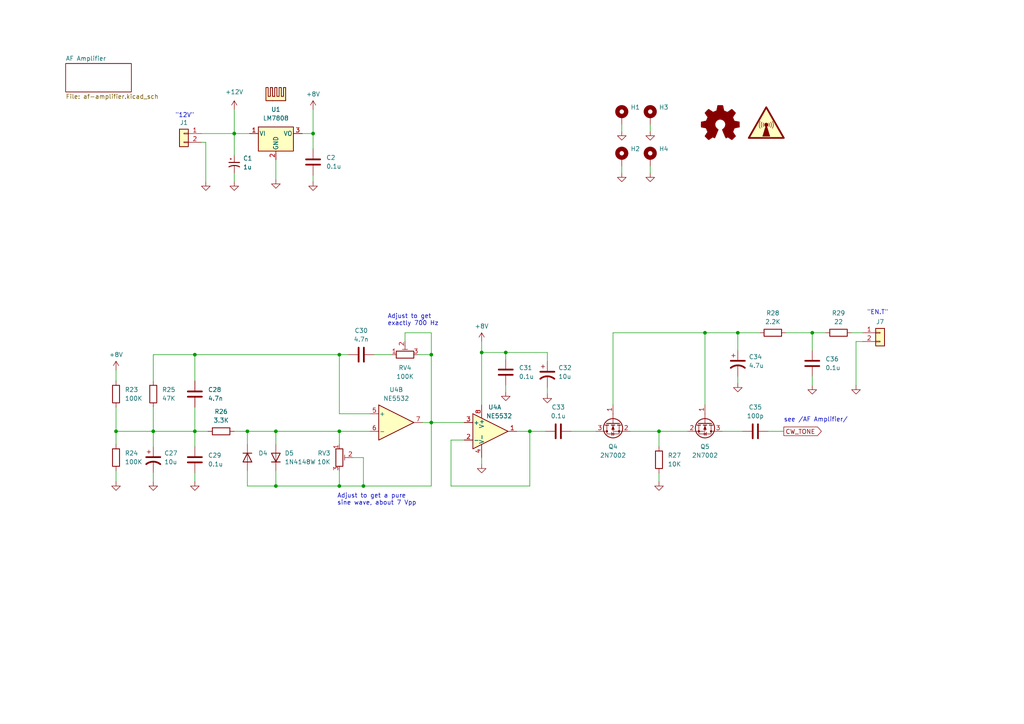
<source format=kicad_sch>
(kicad_sch (version 20230121) (generator eeschema)
  (paper "A4")
  (title_block (title "HBR/MK2 AF Board") (date "2024-02-03") (rev "1.0"))
  (lib_symbols
    (symbol "Amplifier_Operational:NE5532" (pin_names (offset 0.127))
      (property "Reference" "U" (at 0 5.08 0))
      (property "Value" "NE5532" (at 0 -5.08 0))
      (symbol "NE5532_1_1"
        (polyline (pts (xy -5.08 5.08) (xy 5.08 0) (xy -5.08 -5.08) (xy -5.08 5.08)) (stroke (width 0.254)) (fill (type background)))
        (pin output line (at 7.62 0 180) (length 2.54) (name "~") (number "1"))
        (pin input line (at -7.62 -2.54 0) (length 2.54) (name "-") (number "2"))
        (pin input line (at -7.62 2.54 0) (length 2.54) (name "+") (number "3"))
      )
      (symbol "NE5532_2_1"
        (polyline (pts (xy -5.08 5.08) (xy 5.08 0) (xy -5.08 -5.08) (xy -5.08 5.08)) (stroke (width 0.254)) (fill (type background)))
        (pin input line (at -7.62 2.54 0) (length 2.54) (name "+") (number "5"))
        (pin input line (at -7.62 -2.54 0) (length 2.54) (name "-") (number "6"))
        (pin output line (at 7.62 0 180) (length 2.54) (name "~") (number "7"))
      )
      (symbol "NE5532_3_1"
        (pin power_in line (at -2.54 -7.62 90) (length 3.81) (name "V-") (number "4"))
        (pin power_in line (at -2.54 7.62 270) (length 3.81) (name "V+") (number "8"))
      )
    )
    (symbol "Connector_Generic:Conn_01x02" (pin_names (offset 1.016) hide)
      (property "Reference" "J" (at 0 2.54 0))
      (property "Value" "Conn_01x02" (at 0 -5.08 0))
      (symbol "Conn_01x02_1_1"
        (rectangle (start -1.27 -2.413) (end 0 -2.667) (stroke (width 0.1524)))
        (rectangle (start -1.27 0.127) (end 0 -0.127) (stroke (width 0.1524)))
        (rectangle (start -1.27 1.27) (end 1.27 -3.81) (stroke (width 0.254)) (fill (type background)))
        (pin passive line (at -5.08 0 0) (length 3.81) (name "Pin_1") (number "1"))
        (pin passive line (at -5.08 -2.54 0) (length 3.81) (name "Pin_2") (number "2"))
      )
    )
    (symbol "Device:C" (pin_numbers hide) (pin_names (offset 0.254))
      (property "Reference" "C" (at 0.635 2.54 0))
      (property "Value" "C" (at 0.635 -2.54 0))
      (symbol "C_0_1"
        (polyline (pts (xy -2.032 -0.762) (xy 2.032 -0.762)) (stroke (width 0.508)))
        (polyline (pts (xy -2.032 0.762) (xy 2.032 0.762)) (stroke (width 0.508)))
      )
      (symbol "C_1_1"
        (pin passive line (at 0 3.81 270) (length 2.794) (name "~") (number "1"))
        (pin passive line (at 0 -3.81 90) (length 2.794) (name "~") (number "2"))
      )
    )
    (symbol "Device:C_Polarized_Small_US" (pin_numbers hide) (pin_names (offset 0.254) hide)
      (property "Reference" "C" (at 0.254 1.778 0))
      (property "Value" "C_Polarized_Small_US" (at 0.254 -2.032 0))
      (symbol "C_Polarized_Small_US_0_1"
        (polyline (pts (xy -1.524 0.508) (xy 1.524 0.508)) (stroke (width 0.3048)))
        (polyline (pts (xy -1.27 1.524) (xy -0.762 1.524)))
        (polyline (pts (xy -1.016 1.27) (xy -1.016 1.778)))
        (arc (start 1.524 -0.762) (mid 0 -0.3734) (end -1.524 -0.762) (stroke (width 0.3048)))
      )
      (symbol "C_Polarized_Small_US_1_1"
        (pin passive line (at 0 2.54 270) (length 2.032) (name "~") (number "1"))
        (pin passive line (at 0 -2.54 90) (length 2.032) (name "~") (number "2"))
      )
    )
    (symbol "Device:C_Polarized_US" (pin_numbers hide) (pin_names (offset 0.254) hide)
      (property "Reference" "C" (at 0.635 2.54 0))
      (property "Value" "C_Polarized_US" (at 0.635 -2.54 0))
      (symbol "C_Polarized_US_0_1"
        (polyline (pts (xy -2.032 0.762) (xy 2.032 0.762)) (stroke (width 0.508)))
        (polyline (pts (xy -1.778 2.286) (xy -0.762 2.286)))
        (polyline (pts (xy -1.27 1.778) (xy -1.27 2.794)))
        (arc (start 2.032 -1.27) (mid 0 -0.5572) (end -2.032 -1.27) (stroke (width 0.508)))
      )
      (symbol "C_Polarized_US_1_1"
        (pin passive line (at 0 3.81 270) (length 2.794) (name "~") (number "1"))
        (pin passive line (at 0 -3.81 90) (length 3.302) (name "~") (number "2"))
      )
    )
    (symbol "Device:R" (pin_numbers hide) (pin_names (offset 0))
      (property "Reference" "R" (at 2.032 0 90))
      (property "Value" "R" (at 0 0 90))
      (symbol "R_0_1"
        (rectangle (start -1.016 -2.54) (end 1.016 2.54) (stroke (width 0.254)))
      )
      (symbol "R_1_1"
        (pin passive line (at 0 3.81 270) (length 1.27) (name "~") (number "1"))
        (pin passive line (at 0 -3.81 90) (length 1.27) (name "~") (number "2"))
      )
    )
    (symbol "Device:R_Potentiometer_Trim" (pin_names (offset 1.016) hide)
      (property "Reference" "RV" (at -4.445 0 90))
      (property "Value" "R_Potentiometer_Trim" (at -2.54 0 90))
      (symbol "R_Potentiometer_Trim_0_1"
        (polyline (pts (xy 1.524 0.762) (xy 1.524 -0.762)))
        (polyline (pts (xy 2.54 0) (xy 1.524 0)))
        (rectangle (start 1.016 2.54) (end -1.016 -2.54) (stroke (width 0.254)))
      )
      (symbol "R_Potentiometer_Trim_1_1"
        (pin passive line (at 0 3.81 270) (length 1.27) (name "1") (number "1"))
        (pin passive line (at 3.81 0 180) (length 1.27) (name "2") (number "2"))
        (pin passive line (at 0 -3.81 90) (length 1.27) (name "3") (number "3"))
      )
    )
    (symbol "Diode:1N4148W" (pin_numbers hide) (pin_names hide)
      (property "Reference" "D" (at 0 2.54 0))
      (property "Value" "1N4148W" (at 0 -2.54 0))
      (symbol "1N4148W_0_1"
        (polyline (pts (xy -1.27 1.27) (xy -1.27 -1.27)) (stroke (width 0.254)))
        (polyline (pts (xy 1.27 0) (xy -1.27 0)))
        (polyline (pts (xy 1.27 1.27) (xy 1.27 -1.27) (xy -1.27 0) (xy 1.27 1.27)) (stroke (width 0.254)))
      )
      (symbol "1N4148W_1_1"
        (pin passive line (at -3.81 0 0) (length 2.54) (name "K") (number "1"))
        (pin passive line (at 3.81 0 180) (length 2.54) (name "A") (number "2"))
      )
    )
    (symbol "Graphic:Logo_Open_Hardware_Small" (in_bom no) (on_board no)
      (symbol "Logo_Open_Hardware_Small_0_1"
        (polyline (pts (xy 3.3528 -4.3434) (xy 3.302 -4.318) (xy 3.175 -4.2418) (xy 2.9972 -4.1148) (xy 2.7686 -3.9624) (xy 2.54 -3.81) (xy 2.3622 -3.7084) (xy 2.2352 -3.6068) (xy 2.1844 -3.5814) (xy 2.159 -3.6068) (xy 2.0574 -3.6576) (xy 1.905 -3.7338) (xy 1.8034 -3.7846) (xy 1.6764 -3.8354) (xy 1.6002 -3.8354) (xy 1.6002 -3.8354) (xy 1.5494 -3.7338) (xy 1.4732 -3.5306) (xy 1.3462 -3.302) (xy 1.2446 -3.0226) (xy 1.1176 -2.7178) (xy 0.9652 -2.413) (xy 0.8636 -2.1082) (xy 0.7366 -1.8288) (xy 0.6604 -1.6256) (xy 0.6096 -1.4732) (xy 0.5842 -1.397) (xy 0.5842 -1.397) (xy 0.6604 -1.3208) (xy 0.7874 -1.2446) (xy 1.0414 -1.016) (xy 1.2954 -0.6858) (xy 1.4478 -0.3302) (xy 1.524 0.0762) (xy 1.4732 0.4572) (xy 1.3208 0.8128) (xy 1.0668 1.143) (xy 0.762 1.3716) (xy 0.4064 1.524) (xy 0 1.5748) (xy -0.381 1.5494) (xy -0.7366 1.397) (xy -1.0668 1.143) (xy -1.2192 0.9906) (xy -1.397 0.6604) (xy -1.524 0.3048) (xy -1.524 0.2286) (xy -1.4986 -0.1778) (xy -1.397 -0.5334) (xy -1.1938 -0.8636) (xy -0.9144 -1.143) (xy -0.8636 -1.1684) (xy -0.7366 -1.27) (xy -0.635 -1.3462) (xy -0.5842 -1.397) (xy -1.0668 -2.5908) (xy -1.143 -2.794) (xy -1.2954 -3.1242) (xy -1.397 -3.4036) (xy -1.4986 -3.6322) (xy -1.5748 -3.7846) (xy -1.6002 -3.8354) (xy -1.6002 -3.8354) (xy -1.651 -3.8354) (xy -1.7272 -3.81) (xy -1.905 -3.7338) (xy -2.0066 -3.683) (xy -2.1336 -3.6068) (xy -2.2098 -3.5814) (xy -2.2606 -3.6068) (xy -2.3622 -3.683) (xy -2.54 -3.81) (xy -2.7686 -3.9624) (xy -2.9718 -4.0894) (xy -3.1496 -4.2164) (xy -3.302 -4.318) (xy -3.3528 -4.3434) (xy -3.3782 -4.3434) (xy -3.429 -4.318) (xy -3.5306 -4.2164) (xy -3.7084 -4.064) (xy -3.937 -3.8354) (xy -3.9624 -3.81) (xy -4.1656 -3.6068) (xy -4.318 -3.4544) (xy -4.4196 -3.3274) (xy -4.445 -3.2766) (xy -4.445 -3.2766) (xy -4.4196 -3.2258) (xy -4.318 -3.0734) (xy -4.2164 -2.8956) (xy -4.064 -2.667) (xy -3.6576 -2.0828) (xy -3.8862 -1.5494) (xy -3.937 -1.3716) (xy -4.0386 -1.1684) (xy -4.0894 -1.0414) (xy -4.1148 -0.9652) (xy -4.191 -0.9398) (xy -4.318 -0.9144) (xy -4.5466 -0.8636) (xy -4.8006 -0.8128) (xy -5.0546 -0.7874) (xy -5.2578 -0.7366) (xy -5.4356 -0.7112) (xy -5.5118 -0.6858) (xy -5.5118 -0.6858) (xy -5.5372 -0.635) (xy -5.5372 -0.5588) (xy -5.5372 -0.4318) (xy -5.5626 -0.2286) (xy -5.5626 0.0762) (xy -5.5626 0.127) (xy -5.5372 0.4064) (xy -5.5372 0.635) (xy -5.5372 0.762) (xy -5.5372 0.8382) (xy -5.5372 0.8382) (xy -5.461 0.8382) (xy -5.3086 0.889) (xy -5.08 0.9144) (xy -4.826 0.9652) (xy -4.8006 0.9906) (xy -4.5466 1.0414) (xy -4.318 1.0668) (xy -4.1656 1.1176) (xy -4.0894 1.143) (xy -4.0894 1.143) (xy -4.0386 1.2446) (xy -3.9624 1.4224) (xy -3.8608 1.6256) (xy -3.7846 1.8288) (xy -3.7084 2.0066) (xy -3.6576 2.159) (xy -3.6322 2.2098) (xy -3.6322 2.2098) (xy -3.683 2.286) (xy -3.7592 2.413) (xy -3.8862 2.5908) (xy -4.064 2.8194) (xy -4.064 2.8448) (xy -4.2164 3.0734) (xy -4.3434 3.2512) (xy -4.4196 3.3782) (xy -4.445 3.4544) (xy -4.445 3.4544) (xy -4.3942 3.5052) (xy -4.2926 3.6322) (xy -4.1148 3.81) (xy -3.937 4.0132) (xy -3.8608 4.064) (xy -3.6576 4.2926) (xy -3.5052 4.4196) (xy -3.4036 4.4958) (xy -3.3528 4.5212) (xy -3.3528 4.5212) (xy -3.302 4.4704) (xy -3.1496 4.3688) (xy -2.9718 4.2418) (xy -2.7432 4.0894) (xy -2.7178 4.0894) (xy -2.4892 3.937) (xy -2.3114 3.81) (xy -2.1844 3.7084) (xy -2.1336 3.683) (xy -2.1082 3.683) (xy -2.032 3.7084) (xy -1.8542 3.7592) (xy -1.6764 3.8354) (xy -1.4732 3.937) (xy -1.27 4.0132) (xy -1.143 4.064) (xy -1.0668 4.1148) (xy -1.0668 4.1148) (xy -1.0414 4.191) (xy -1.016 4.3434) (xy -0.9652 4.572) (xy -0.9144 4.8514) (xy -0.889 4.9022) (xy -0.8382 5.1562) (xy -0.8128 5.3848) (xy -0.7874 5.5372) (xy -0.762 5.588) (xy -0.7112 5.6134) (xy -0.5842 5.6134) (xy -0.4064 5.6134) (xy -0.1524 5.6134) (xy 0.0762 5.6134) (xy 0.3302 5.6134) (xy 0.5334 5.6134) (xy 0.6858 5.588) (xy 0.7366 5.588) (xy 0.7366 5.588) (xy 0.762 5.5118) (xy 0.8128 5.334) (xy 0.8382 5.1054) (xy 0.9144 4.826) (xy 0.9144 4.7752) (xy 0.9652 4.5212) (xy 1.016 4.2926) (xy 1.0414 4.1402) (xy 1.0668 4.0894) (xy 1.0668 4.0894) (xy 1.1938 4.0386) (xy 1.3716 3.9624) (xy 1.5748 3.8608) (xy 2.0828 3.6576) (xy 2.7178 4.0894) (xy 2.7686 4.1402) (xy 2.9972 4.2926) (xy 3.175 4.4196) (xy 3.302 4.4958) (xy 3.3782 4.5212) (xy 3.3782 4.5212) (xy 3.429 4.4704) (xy 3.556 4.3434) (xy 3.7338 4.191) (xy 3.9116 3.9878) (xy 4.064 3.8354) (xy 4.2418 3.6576) (xy 4.3434 3.556) (xy 4.4196 3.4798) (xy 4.4196 3.429) (xy 4.4196 3.4036) (xy 4.3942 3.3274) (xy 4.2926 3.2004) (xy 4.1656 2.9972) (xy 4.0132 2.794) (xy 3.8862 2.5908) (xy 3.7592 2.3876) (xy 3.6576 2.2352) (xy 3.6322 2.159) (xy 3.6322 2.1336) (xy 3.683 2.0066) (xy 3.7592 1.8288) (xy 3.8608 1.6002) (xy 4.064 1.1176) (xy 4.3942 1.0414) (xy 4.5974 1.016) (xy 4.8768 0.9652) (xy 5.1308 0.9144) (xy 5.5372 0.8382) (xy 5.5626 -0.6604) (xy 5.4864 -0.6858) (xy 5.4356 -0.6858) (xy 5.2832 -0.7366) (xy 5.0546 -0.762) (xy 4.8006 -0.8128) (xy 4.5974 -0.8636) (xy 4.3688 -0.9144) (xy 4.2164 -0.9398) (xy 4.1402 -0.9398) (xy 4.1148 -0.9652) (xy 4.064 -1.0668) (xy 3.9878 -1.2446) (xy 3.9116 -1.4478) (xy 3.81 -1.651) (xy 3.7338 -1.8542) (xy 3.683 -2.0066) (xy 3.6576 -2.0828) (xy 3.683 -2.1336) (xy 3.7846 -2.2606) (xy 3.8862 -2.4638) (xy 4.0386 -2.667) (xy 4.191 -2.8956) (xy 4.318 -3.0734) (xy 4.3942 -3.2004) (xy 4.445 -3.2766) (xy 4.4196 -3.3274) (xy 4.3434 -3.429) (xy 4.1656 -3.5814) (xy 3.937 -3.8354) (xy 3.8862 -3.8608) (xy 3.683 -4.064) (xy 3.5306 -4.2164) (xy 3.4036 -4.318) (xy 3.3528 -4.3434)) (fill (type outline)))
      )
    )
    (symbol "Graphic:SYM_Radio_Waves_Large" (in_bom no) (on_board no)
      (symbol "SYM_Radio_Waves_Large_0_1"
        (arc (start -1.778 -0.254) (mid -2.0478 -1.27) (end -1.778 -2.286))
        (arc (start -1.27 -0.508) (mid -1.4811 -1.27) (end -1.27 -2.032))
        (arc (start -0.762 -0.762) (mid -0.9158 -1.27) (end -0.762 -1.778))
        (circle (center 0 -1.27) (radius 0.508) (fill (type outline)))
        (polyline (pts (xy -5.08 -5.08) (xy 5.08 -5.08) (xy 0 3.81) (xy -5.08 -5.08)) (stroke (width 0.508)) (fill (type background)))
        (polyline (pts (xy -1.016 -4.572) (xy 1.016 -4.572) (xy 0 -1.27) (xy -1.016 -4.572)) (fill (type outline)))
        (arc (start 0.762 -1.778) (mid 0.9158 -1.27) (end 0.762 -0.762))
        (arc (start 1.27 -2.032) (mid 1.4811 -1.27) (end 1.27 -0.508))
        (arc (start 1.778 -2.286) (mid 2.0478 -1.27) (end 1.778 -0.254))
      )
    )
    (symbol "Mechanical:Heatsink" (pin_names (offset 1.016))
      (property "Reference" "HS" (at 0 5.08 0))
      (property "Value" "Heatsink" (at 0 -1.27 0))
      (symbol "Heatsink_0_1"
        (polyline (pts (xy -0.3302 1.27) (xy -0.9652 1.27) (xy -0.9652 3.81) (xy -1.6002 3.81) (xy -1.6002 1.27) (xy -2.2352 1.27) (xy -2.2352 3.81) (xy -2.8702 3.81) (xy -2.8702 0) (xy -0.9652 0)) (stroke (width 0.254)) (fill (type background)))
        (polyline (pts (xy -0.3302 1.27) (xy -0.3302 3.81) (xy 0.3048 3.81) (xy 0.3048 1.27) (xy 0.9398 1.27) (xy 0.9398 3.81) (xy 1.5748 3.81) (xy 1.5748 1.27) (xy 2.2098 1.27) (xy 2.2098 3.81) (xy 2.8448 3.81) (xy 2.8448 0) (xy -0.9652 0)) (stroke (width 0.254)) (fill (type background)))
      )
    )
    (symbol "Mechanical:MountingHole_Pad" (pin_numbers hide) (pin_names (offset 1.016) hide)
      (property "Reference" "H" (at 0 6.35 0))
      (property "Value" "MountingHole_Pad" (at 0 4.445 0))
      (symbol "MountingHole_Pad_0_1"
        (circle (center 0 1.27) (radius 1.27) (stroke (width 1.27)))
      )
      (symbol "MountingHole_Pad_1_1"
        (pin input line (at 0 -2.54 90) (length 2.54) (name "1") (number "1"))
      )
    )
    (symbol "Regulator_Linear:LM7808_TO220" (pin_names (offset 0.254))
      (property "Reference" "U" (at -3.81 3.175 0))
      (property "Value" "LM7808_TO220" (at 0 3.175 0))
      (symbol "LM7808_TO220_0_1"
        (rectangle (start -5.08 1.905) (end 5.08 -5.08) (stroke (width 0.254)) (fill (type background)))
      )
      (symbol "LM7808_TO220_1_1"
        (pin power_in line (at -7.62 0 0) (length 2.54) (name "VI") (number "1"))
        (pin power_in line (at 0 -7.62 90) (length 2.54) (name "GND") (number "2"))
        (pin power_out line (at 7.62 0 180) (length 2.54) (name "VO") (number "3"))
      )
    )
    (symbol "Transistor_FET:2N7002" (pin_names hide)
      (property "Reference" "Q" (at 5.08 1.905 0))
      (property "Value" "2N7002" (at 5.08 0 0))
      (symbol "2N7002_0_1"
        (polyline (pts (xy 0.254 0) (xy -2.54 0)))
        (polyline (pts (xy 0.254 1.905) (xy 0.254 -1.905)) (stroke (width 0.254)))
        (polyline (pts (xy 0.762 -1.27) (xy 0.762 -2.286)) (stroke (width 0.254)))
        (polyline (pts (xy 0.762 0.508) (xy 0.762 -0.508)) (stroke (width 0.254)))
        (polyline (pts (xy 0.762 2.286) (xy 0.762 1.27)) (stroke (width 0.254)))
        (polyline (pts (xy 2.54 2.54) (xy 2.54 1.778)))
        (polyline (pts (xy 2.54 -2.54) (xy 2.54 0) (xy 0.762 0)))
        (polyline (pts (xy 0.762 -1.778) (xy 3.302 -1.778) (xy 3.302 1.778) (xy 0.762 1.778)))
        (polyline (pts (xy 1.016 0) (xy 2.032 0.381) (xy 2.032 -0.381) (xy 1.016 0)) (fill (type outline)))
        (polyline (pts (xy 2.794 0.508) (xy 2.921 0.381) (xy 3.683 0.381) (xy 3.81 0.254)))
        (polyline (pts (xy 3.302 0.381) (xy 2.921 -0.254) (xy 3.683 -0.254) (xy 3.302 0.381)))
        (circle (center 1.651 0) (radius 2.794) (stroke (width 0.254)))
        (circle (center 2.54 -1.778) (radius 0.254) (fill (type outline)))
        (circle (center 2.54 1.778) (radius 0.254) (fill (type outline)))
      )
      (symbol "2N7002_1_1"
        (pin input line (at -5.08 0 0) (length 2.54) (name "G") (number "1"))
        (pin passive line (at 2.54 -5.08 90) (length 2.54) (name "S") (number "2"))
        (pin passive line (at 2.54 5.08 270) (length 2.54) (name "D") (number "3"))
      )
    )
    (symbol "power:+12V" (power) (pin_names (offset 0))
      (property "Value" "+12V" (at 0 3.556 0))
      (symbol "+12V_0_1"
        (polyline (pts (xy -0.762 1.27) (xy 0 2.54)))
        (polyline (pts (xy 0 0) (xy 0 2.54)))
        (polyline (pts (xy 0 2.54) (xy 0.762 1.27)))
      )
      (symbol "+12V_1_1"
        (pin power_in line (at 0 0 90) (length 0) hide (name "+12V") (number "1"))
      )
    )
    (symbol "power:+8V" (power) (pin_names (offset 0))
      (property "Value" "+8V" (at 0 3.556 0))
      (symbol "+8V_0_1"
        (polyline (pts (xy -0.762 1.27) (xy 0 2.54)))
        (polyline (pts (xy 0 0) (xy 0 2.54)))
        (polyline (pts (xy 0 2.54) (xy 0.762 1.27)))
      )
      (symbol "+8V_1_1"
        (pin power_in line (at 0 0 90) (length 0) hide (name "+8V") (number "1"))
      )
    )
    (symbol "power:GND" (power) (pin_names (offset 0))
      (property "Value" "GND" (at 0 -3.81 0))
      (symbol "GND_0_1"
        (polyline (pts (xy 0 0) (xy 0 -1.27) (xy 1.27 -1.27) (xy 0 -2.54) (xy -1.27 -1.27) (xy 0 -1.27)))
      )
      (symbol "GND_1_1"
        (pin power_in line (at 0 0 270) (length 0) hide (name "GND") (number "1"))
      )
    )
  )
  (junction (at 33.655 125.095))
  (junction (at 125.095 122.555))
  (junction (at 90.805 38.735))
  (junction (at 56.515 125.095))
  (junction (at 98.425 125.095))
  (junction (at 98.425 102.87))
  (junction (at 98.425 140.97))
  (junction (at 139.7 102.235))
  (junction (at 153.67 125.095))
  (junction (at 105.41 140.97))
  (junction (at 80.01 140.97))
  (junction (at 204.47 96.52))
  (junction (at 125.095 102.87))
  (junction (at 191.135 125.095))
  (junction (at 80.01 125.095))
  (junction (at 146.685 102.235))
  (junction (at 235.585 96.52))
  (junction (at 71.755 125.095))
  (junction (at 44.45 125.095))
  (junction (at 56.515 102.87))
  (junction (at 67.945 38.735))
  (junction (at 213.995 96.52))
  (wire (pts (xy 177.8 96.52) (xy 204.47 96.52)))
  (wire (pts (xy 191.135 125.095) (xy 191.135 129.54)))
  (wire (pts (xy 222.885 125.095) (xy 227.33 125.095)))
  (wire (pts (xy 98.425 140.97) (xy 105.41 140.97)))
  (wire (pts (xy 71.755 125.095) (xy 80.01 125.095)))
  (wire (pts (xy 153.67 125.095) (xy 158.115 125.095)))
  (wire (pts (xy 153.67 125.095) (xy 149.86 125.095)))
  (wire (pts (xy 71.755 125.095) (xy 71.755 128.905)))
  (wire (pts (xy 71.755 140.97) (xy 80.01 140.97)))
  (wire (pts (xy 125.095 140.97) (xy 105.41 140.97)))
  (wire (pts (xy 125.095 122.555) (xy 134.62 122.555)))
  (wire (pts (xy 213.995 96.52) (xy 220.345 96.52)))
  (wire (pts (xy 125.095 122.555) (xy 125.095 102.87)))
  (wire (pts (xy 59.69 52.705) (xy 59.69 41.275)))
  (wire (pts (xy 67.945 50.165) (xy 67.945 52.705)))
  (wire (pts (xy 56.515 102.87) (xy 56.515 110.49)))
  (wire (pts (xy 44.45 137.16) (xy 44.45 139.7)))
  (wire (pts (xy 59.69 41.275) (xy 58.42 41.275)))
  (wire (pts (xy 67.945 38.735) (xy 72.39 38.735)))
  (wire (pts (xy 33.655 107.315) (xy 33.655 110.49)))
  (wire (pts (xy 182.88 125.095) (xy 191.135 125.095)))
  (wire (pts (xy 204.47 96.52) (xy 213.995 96.52)))
  (wire (pts (xy 188.595 48.26) (xy 188.595 50.165)))
  (wire (pts (xy 139.7 132.715) (xy 139.7 134.62)))
  (wire (pts (xy 56.515 137.16) (xy 56.515 139.7)))
  (wire (pts (xy 146.685 111.76) (xy 146.685 113.665)))
  (wire (pts (xy 130.81 127.635) (xy 130.81 140.97)))
  (wire (pts (xy 105.41 132.715) (xy 102.235 132.715)))
  (wire (pts (xy 134.62 127.635) (xy 130.81 127.635)))
  (wire (pts (xy 80.01 140.97) (xy 98.425 140.97)))
  (wire (pts (xy 165.735 125.095) (xy 172.72 125.095)))
  (wire (pts (xy 235.585 96.52) (xy 239.395 96.52)))
  (wire (pts (xy 44.45 102.87) (xy 56.515 102.87)))
  (wire (pts (xy 130.81 140.97) (xy 153.67 140.97)))
  (wire (pts (xy 98.425 125.095) (xy 98.425 128.905)))
  (wire (pts (xy 56.515 118.11) (xy 56.515 125.095)))
  (wire (pts (xy 98.425 120.015) (xy 107.315 120.015)))
  (wire (pts (xy 98.425 102.87) (xy 98.425 120.015)))
  (wire (pts (xy 191.135 125.095) (xy 199.39 125.095)))
  (wire (pts (xy 56.515 129.54) (xy 56.515 125.095)))
  (wire (pts (xy 125.095 102.87) (xy 125.095 96.52)))
  (wire (pts (xy 180.34 48.26) (xy 180.34 50.165)))
  (wire (pts (xy 153.67 140.97) (xy 153.67 125.095)))
  (wire (pts (xy 146.685 104.14) (xy 146.685 102.235)))
  (wire (pts (xy 139.7 99.06) (xy 139.7 102.235)))
  (wire (pts (xy 80.01 125.095) (xy 98.425 125.095)))
  (wire (pts (xy 98.425 102.87) (xy 100.965 102.87)))
  (wire (pts (xy 158.75 102.235) (xy 146.685 102.235)))
  (wire (pts (xy 227.965 96.52) (xy 235.585 96.52)))
  (wire (pts (xy 33.655 136.525) (xy 33.655 139.7)))
  (wire (pts (xy 209.55 125.095) (xy 215.265 125.095)))
  (wire (pts (xy 87.63 38.735) (xy 90.805 38.735)))
  (wire (pts (xy 248.285 99.06) (xy 248.285 111.76)))
  (wire (pts (xy 235.585 109.22) (xy 235.585 111.76)))
  (wire (pts (xy 125.095 122.555) (xy 125.095 140.97)))
  (wire (pts (xy 98.425 136.525) (xy 98.425 140.97)))
  (wire (pts (xy 67.945 38.735) (xy 67.945 45.085)))
  (wire (pts (xy 80.01 46.355) (xy 80.01 52.07)))
  (wire (pts (xy 71.755 136.525) (xy 71.755 140.97)))
  (wire (pts (xy 44.45 110.49) (xy 44.45 102.87)))
  (wire (pts (xy 139.7 102.235) (xy 139.7 117.475)))
  (wire (pts (xy 180.34 36.195) (xy 180.34 38.1)))
  (wire (pts (xy 33.655 118.11) (xy 33.655 125.095)))
  (wire (pts (xy 247.015 96.52) (xy 250.19 96.52)))
  (wire (pts (xy 56.515 125.095) (xy 44.45 125.095)))
  (wire (pts (xy 56.515 125.095) (xy 60.325 125.095)))
  (wire (pts (xy 121.285 102.87) (xy 125.095 102.87)))
  (wire (pts (xy 125.095 96.52) (xy 117.475 96.52)))
  (wire (pts (xy 105.41 140.97) (xy 105.41 132.715)))
  (wire (pts (xy 44.45 125.095) (xy 33.655 125.095)))
  (wire (pts (xy 58.42 38.735) (xy 67.945 38.735)))
  (wire (pts (xy 80.01 125.095) (xy 80.01 128.905)))
  (wire (pts (xy 213.995 96.52) (xy 213.995 101.6)))
  (wire (pts (xy 122.555 122.555) (xy 125.095 122.555)))
  (wire (pts (xy 158.75 112.395) (xy 158.75 114.3)))
  (wire (pts (xy 98.425 125.095) (xy 107.315 125.095)))
  (wire (pts (xy 90.805 50.8) (xy 90.805 52.705)))
  (wire (pts (xy 33.655 125.095) (xy 33.655 128.905)))
  (wire (pts (xy 204.47 117.475) (xy 204.47 96.52)))
  (wire (pts (xy 90.805 38.735) (xy 90.805 31.75)))
  (wire (pts (xy 67.945 31.75) (xy 67.945 38.735)))
  (wire (pts (xy 90.805 38.735) (xy 90.805 43.18)))
  (wire (pts (xy 177.8 117.475) (xy 177.8 96.52)))
  (wire (pts (xy 188.595 36.195) (xy 188.595 38.1)))
  (wire (pts (xy 80.01 136.525) (xy 80.01 140.97)))
  (wire (pts (xy 44.45 118.11) (xy 44.45 125.095)))
  (wire (pts (xy 108.585 102.87) (xy 113.665 102.87)))
  (wire (pts (xy 44.45 125.095) (xy 44.45 129.54)))
  (wire (pts (xy 248.285 99.06) (xy 250.19 99.06)))
  (wire (pts (xy 158.75 104.775) (xy 158.75 102.235)))
  (wire (pts (xy 191.135 137.16) (xy 191.135 139.7)))
  (wire (pts (xy 213.995 109.22) (xy 213.995 111.125)))
  (wire (pts (xy 146.685 102.235) (xy 139.7 102.235)))
  (wire (pts (xy 235.585 96.52) (xy 235.585 101.6)))
  (wire (pts (xy 98.425 102.87) (xy 56.515 102.87)))
  (wire (pts (xy 67.945 125.095) (xy 71.755 125.095)))
  (wire (pts (xy 117.475 96.52) (xy 117.475 99.06)))
  (text "Adjust to get a pure \nsine wave, about 7 Vpp" (at 97.79 146.685 0) (effects (font (size 1.27 1.27)) (justify left bottom)))
  (text "Adjust to get\nexactly 700 Hz" (at 112.395 94.615 0) (effects (font (size 1.27 1.27)) (justify left bottom)))
  (text "see /AF Amplifier/" (at 227.33 122.555 0) (effects (font (size 1.27 1.27)) (justify left bottom)))
  (text "\"12V\"" (at 50.8 34.29 0) (effects (font (size 1.27 1.27)) (justify left bottom)))
  (text "\"EN.T\"" (at 251.46 91.44 0) (effects (font (size 1.27 1.27)) (justify left bottom)))
  (global_label "CW_TONE" (shape output) (at 227.33 125.095 0) (property "Intersheetrefs" "${INTERSHEET_REFS}" (effects hide)))
  (symbol (lib_id "Device:C") (at 56.515 114.3 0) (unit 1)
    (property "Reference" "C28" (at 60.325 113.03 0) (effects (justify left)))
    (property "Value" "4.7n" (at 60.325 115.57 0) (effects (justify left)))
    (property "Footprint" "Capacitor_SMD:C_0805_2012Metric_Pad1.18x1.45mm_HandSolder" (effects hide))
  )
  (symbol (lib_id "Amplifier_Operational:NE5532") (at 114.935 122.555 0) (unit 2)
    (property "Reference" "U4" (at 114.935 113.03 0))
    (property "Value" "NE5532" (at 114.935 115.57 0))
    (property "Footprint" "Package_SO:SOIC-8_5.23x5.23mm_P1.27mm" (effects hide))
    (property "Datasheet" "http://www.ti.com/lit/ds/symlink/ne5532.pdf" (effects hide))
  )
  (symbol (lib_id "Device:C_Polarized_US") (at 213.995 105.41 0) (unit 1)
    (property "Reference" "C34" (at 217.17 103.505 0) (effects (justify left)))
    (property "Value" "4.7u" (at 217.17 106.045 0) (effects (justify left)))
    (property "Footprint" "Capacitor_SMD:CP_Elec_4x5.4" (effects hide))
  )
  (symbol (lib_id "Connector_Generic:Conn_01x02") (at 255.27 96.52 0) (unit 1) (in_bom no)
    (property "Reference" "J7" (at 255.27 93.345 0))
    (property "Value" "Conn_01x02" (effects hide))
    (property "Footprint" "Connector_PinHeader_2.54mm:PinHeader_1x02_P2.54mm_Vertical" (effects hide))
  )
  (symbol (lib_id "Amplifier_Operational:NE5532") (at 142.24 125.095 0) (unit 1)
    (property "Reference" "U4" (at 143.51 118.11 0))
    (property "Value" "NE5532" (at 144.78 120.65 0))
    (property "Footprint" "Package_SO:SOIC-8_5.23x5.23mm_P1.27mm" (effects hide))
    (property "Datasheet" "http://www.ti.com/lit/ds/symlink/ne5532.pdf" (effects hide))
  )
  (symbol (lib_id "power:GND") (at 191.135 139.7 0) (unit 1)
    (property "Reference" "#PWR053" (effects hide))
    (property "Value" "GND" (effects hide))
  )
  (symbol (lib_id "Graphic:SYM_Radio_Waves_Large") (at 222.25 34.925 0) (unit 1) (in_bom no)
    (property "Reference" "SYM2" (effects hide))
    (property "Value" "SYM_Radio_Waves_Large" (effects hide))
    (property "Footprint" "Symbol:KiCad-Logo2_5mm_SilkScreen" (effects hide))
    (property "Sim.Enable" "0" (effects hide))
  )
  (symbol (lib_id "power:GND") (at 158.75 114.3 0) (unit 1)
    (property "Reference" "#PWR052" (effects hide))
    (property "Value" "GND" (effects hide))
  )
  (symbol (lib_id "Device:R") (at 191.135 133.35 0) (unit 1)
    (property "Reference" "R27" (at 193.675 132.08 0) (effects (justify left)))
    (property "Value" "10K" (at 193.675 134.62 0) (effects (justify left)))
    (property "Footprint" "Resistor_SMD:R_0805_2012Metric_Pad1.20x1.40mm_HandSolder" (effects hide))
  )
  (symbol (lib_id "Device:C") (at 56.515 133.35 0) (unit 1)
    (property "Reference" "C29" (at 60.325 132.08 0) (effects (justify left)))
    (property "Value" "0.1u" (at 60.325 134.62 0) (effects (justify left)))
    (property "Footprint" "Capacitor_SMD:C_0805_2012Metric_Pad1.18x1.45mm_HandSolder" (effects hide))
  )
  (symbol (lib_id "Device:R") (at 64.135 125.095 90) (unit 1)
    (property "Reference" "R26" (at 64.135 119.38 90))
    (property "Value" "3.3K" (at 64.135 121.92 90))
    (property "Footprint" "Resistor_SMD:R_0805_2012Metric_Pad1.20x1.40mm_HandSolder" (effects hide))
  )
  (symbol (lib_id "Connector_Generic:Conn_01x02") (at 53.34 38.735 0) (mirror y) (unit 1) (in_bom no)
    (property "Reference" "J1" (at 53.34 35.56 0))
    (property "Value" "Conn_01x02" (effects hide))
    (property "Footprint" "Connector_PinHeader_2.54mm:PinHeader_1x02_P2.54mm_Vertical" (effects hide))
  )
  (symbol (lib_id "Mechanical:MountingHole_Pad") (at 188.595 33.655 0) (unit 1) (in_bom no)
    (property "Reference" "H3" (at 191.135 31.115 0) (effects (justify left)))
    (property "Value" "MountingHole_Pad" (effects hide))
    (property "Footprint" "MountingHole:MountingHole_3.5mm_Pad_Via" (effects hide))
  )
  (symbol (lib_id "power:GND") (at 80.01 52.07 0) (unit 1)
    (property "Reference" "#PWR08" (effects hide))
    (property "Value" "GND" (effects hide))
  )
  (symbol (lib_id "Device:C") (at 146.685 107.95 0) (unit 1)
    (property "Reference" "C31" (at 150.495 106.68 0) (effects (justify left)))
    (property "Value" "0.1u" (at 150.495 109.22 0) (effects (justify left)))
    (property "Footprint" "Capacitor_SMD:C_0805_2012Metric_Pad1.18x1.45mm_HandSolder" (effects hide))
  )
  (symbol (lib_id "Amplifier_Operational:NE5532") (at 142.24 125.095 0) (unit 3)
    (property "Reference" "U4" (effects hide))
    (property "Value" "NE5532" (effects hide))
    (property "Footprint" "Package_SO:SOIC-8_5.23x5.23mm_P1.27mm" (effects hide))
    (property "Datasheet" "http://www.ti.com/lit/ds/symlink/ne5532.pdf" (effects hide))
  )
  (symbol (lib_id "Transistor_FET:2N7002") (at 177.8 122.555 90) (mirror x) (unit 1)
    (property "Reference" "Q4" (at 177.8 129.54 90))
    (property "Value" "2N7002" (at 177.8 132.08 90))
    (property "Footprint" "Package_TO_SOT_SMD:SOT-23" (effects hide))
    (property "Datasheet" "https://www.onsemi.com/pub/Collateral/NDS7002A-D.PDF" (effects hide))
  )
  (symbol (lib_id "power:+12V") (at 67.945 31.75 0) (unit 1)
    (property "Reference" "#PWR04" (effects hide))
    (property "Value" "+12V" (at 67.945 26.67 0))
  )
  (symbol (lib_id "power:GND") (at 146.685 113.665 0) (unit 1)
    (property "Reference" "#PWR051" (effects hide))
    (property "Value" "GND" (effects hide))
  )
  (symbol (lib_id "Diode:1N4148W") (at 80.01 132.715 90) (unit 1)
    (property "Reference" "D5" (at 82.55 131.445 90) (effects (justify right)))
    (property "Value" "1N4148W" (at 82.55 133.985 90) (effects (justify right)))
    (property "Footprint" "Diode_SMD:D_SOD-123" (effects hide))
    (property "Datasheet" "https://www.vishay.com/docs/85748/1n4148w.pdf" (effects hide))
    (property "Sim.Device" "D" (effects hide))
    (property "Sim.Pins" "1=K 2=A" (effects hide))
  )
  (symbol (lib_id "Transistor_FET:2N7002") (at 204.47 122.555 270) (unit 1)
    (property "Reference" "Q5" (at 204.47 129.54 90))
    (property "Value" "2N7002" (at 204.47 132.08 90))
    (property "Footprint" "Package_TO_SOT_SMD:SOT-23" (effects hide))
    (property "Datasheet" "https://www.onsemi.com/pub/Collateral/NDS7002A-D.PDF" (effects hide))
  )
  (symbol (lib_id "power:GND") (at 56.515 139.7 0) (unit 1)
    (property "Reference" "#PWR048" (effects hide))
    (property "Value" "GND" (effects hide))
  )
  (symbol (lib_id "power:GND") (at 188.595 38.1 0) (unit 1)
    (property "Reference" "#PWR06" (effects hide))
    (property "Value" "GND" (effects hide))
  )
  (symbol (lib_id "Device:C_Polarized_US") (at 158.75 108.585 0) (unit 1)
    (property "Reference" "C32" (at 161.925 106.68 0) (effects (justify left)))
    (property "Value" "10u" (at 161.925 109.22 0) (effects (justify left)))
    (property "Footprint" "Capacitor_SMD:CP_Elec_4x5.4" (effects hide))
  )
  (symbol (lib_id "Device:C") (at 219.075 125.095 90) (unit 1)
    (property "Reference" "C35" (at 219.075 118.11 90))
    (property "Value" "100p" (at 219.075 120.65 90))
    (property "Footprint" "Capacitor_SMD:C_0805_2012Metric_Pad1.18x1.45mm_HandSolder" (effects hide))
  )
  (symbol (lib_id "Device:R_Potentiometer_Trim") (at 98.425 132.715 0) (unit 1)
    (property "Reference" "RV3" (at 95.885 131.445 0) (effects (justify right)))
    (property "Value" "10K" (at 95.885 133.985 0) (effects (justify right)))
    (property "Footprint" "Potentiometer_THT:Potentiometer_Bourns_3296W_Vertical" (effects hide))
  )
  (symbol (lib_id "Device:R") (at 33.655 132.715 0) (unit 1)
    (property "Reference" "R24" (at 36.195 131.445 0) (effects (justify left)))
    (property "Value" "100K" (at 36.195 133.985 0) (effects (justify left)))
    (property "Footprint" "Resistor_SMD:R_0805_2012Metric_Pad1.20x1.40mm_HandSolder" (effects hide))
  )
  (symbol (lib_id "power:+8V") (at 90.805 31.75 0) (unit 1)
    (property "Reference" "#PWR09" (effects hide))
    (property "Value" "+8V" (at 90.805 27.305 0))
  )
  (symbol (lib_id "Device:C") (at 90.805 46.99 0) (unit 1)
    (property "Reference" "C2" (at 94.615 45.72 0) (effects (justify left)))
    (property "Value" "0.1u" (at 94.615 48.26 0) (effects (justify left)))
    (property "Footprint" "Capacitor_SMD:C_0805_2012Metric_Pad1.18x1.45mm_HandSolder" (effects hide))
  )
  (symbol (lib_id "Regulator_Linear:LM7808_TO220") (at 80.01 38.735 0) (unit 1)
    (property "Reference" "U1" (at 80.01 31.75 0))
    (property "Value" "LM7808" (at 80.01 34.29 0))
    (property "Footprint" "Package_TO_SOT_THT:TO-220-3_Vertical" (effects hide))
    (property "Datasheet" "https://www.onsemi.cn/PowerSolutions/document/MC7800-D.PDF" (effects hide))
  )
  (symbol (lib_id "Device:C_Polarized_Small_US") (at 67.945 47.625 0) (unit 1)
    (property "Reference" "C1" (at 70.485 45.9232 0) (effects (justify left)))
    (property "Value" "1u" (at 70.485 48.4632 0) (effects (justify left)))
    (property "Footprint" "Capacitor_SMD:CP_Elec_4x5.4" (effects hide))
  )
  (symbol (lib_id "Mechanical:MountingHole_Pad") (at 180.34 45.72 0) (unit 1) (in_bom no)
    (property "Reference" "H2" (at 182.88 43.18 0) (effects (justify left)))
    (property "Value" "MountingHole_Pad" (effects hide))
    (property "Footprint" "MountingHole:MountingHole_3.5mm_Pad_Via" (effects hide))
  )
  (symbol (lib_id "power:GND") (at 248.285 111.76 0) (unit 1)
    (property "Reference" "#PWR056" (effects hide))
    (property "Value" "GND" (effects hide))
  )
  (symbol (lib_id "power:GND") (at 33.655 139.7 0) (unit 1)
    (property "Reference" "#PWR046" (effects hide))
    (property "Value" "GND" (effects hide))
  )
  (symbol (lib_id "Device:R") (at 44.45 114.3 0) (unit 1)
    (property "Reference" "R25" (at 46.99 113.03 0) (effects (justify left)))
    (property "Value" "47K" (at 46.99 115.57 0) (effects (justify left)))
    (property "Footprint" "Resistor_SMD:R_0805_2012Metric_Pad1.20x1.40mm_HandSolder" (effects hide))
  )
  (symbol (lib_id "power:GND") (at 59.69 52.705 0) (unit 1)
    (property "Reference" "#PWR01" (effects hide))
    (property "Value" "GND" (effects hide))
  )
  (symbol (lib_id "Diode:1N4148W") (at 71.755 132.715 270) (unit 1)
    (property "Reference" "D4" (at 74.93 131.445 90) (effects (justify left)))
    (property "Value" "1N4148W" (effects hide))
    (property "Footprint" "Diode_SMD:D_SOD-123" (effects hide))
    (property "Datasheet" "https://www.vishay.com/docs/85748/1n4148w.pdf" (effects hide))
    (property "Sim.Device" "D" (effects hide))
    (property "Sim.Pins" "1=K 2=A" (effects hide))
  )
  (symbol (lib_id "power:GND") (at 44.45 139.7 0) (unit 1)
    (property "Reference" "#PWR047" (effects hide))
    (property "Value" "GND" (effects hide))
  )
  (symbol (lib_id "power:+8V") (at 33.655 107.315 0) (unit 1)
    (property "Reference" "#PWR045" (effects hide))
    (property "Value" "+8V" (at 33.655 102.87 0))
  )
  (symbol (lib_id "power:GND") (at 67.945 52.705 0) (unit 1)
    (property "Reference" "#PWR05" (effects hide))
    (property "Value" "GND" (effects hide))
  )
  (symbol (lib_id "Graphic:Logo_Open_Hardware_Small") (at 208.915 36.195 0) (unit 1) (in_bom no)
    (property "Reference" "SYM1" (effects hide))
    (property "Value" "Logo_Open_Hardware_Small" (effects hide))
    (property "Footprint" "Symbol:OSHW-Logo2_9.8x8mm_SilkScreen" (effects hide))
    (property "Sim.Enable" "0" (effects hide))
  )
  (symbol (lib_id "Device:R_Potentiometer_Trim") (at 117.475 102.87 90) (unit 1)
    (property "Reference" "RV4" (at 117.475 106.68 90))
    (property "Value" "100K" (at 117.475 109.22 90))
    (property "Footprint" "Potentiometer_THT:Potentiometer_Bourns_3296W_Vertical" (effects hide))
  )
  (symbol (lib_id "Device:C") (at 161.925 125.095 90) (unit 1)
    (property "Reference" "C33" (at 161.925 118.11 90))
    (property "Value" "0.1u" (at 161.925 120.65 90))
    (property "Footprint" "Capacitor_SMD:C_0805_2012Metric_Pad1.18x1.45mm_HandSolder" (effects hide))
  )
  (symbol (lib_id "power:GND") (at 90.805 52.705 0) (unit 1)
    (property "Reference" "#PWR010" (effects hide))
    (property "Value" "GND" (effects hide))
  )
  (symbol (lib_id "power:+8V") (at 139.7 99.06 0) (unit 1)
    (property "Reference" "#PWR049" (effects hide))
    (property "Value" "+8V" (at 139.7 94.615 0))
  )
  (symbol (lib_id "power:GND") (at 235.585 111.76 0) (unit 1)
    (property "Reference" "#PWR055" (effects hide))
    (property "Value" "GND" (effects hide))
  )
  (symbol (lib_id "power:GND") (at 213.995 111.125 0) (unit 1)
    (property "Reference" "#PWR054" (effects hide))
    (property "Value" "GND" (effects hide))
  )
  (symbol (lib_id "Device:C") (at 104.775 102.87 90) (unit 1)
    (property "Reference" "C30" (at 104.775 95.885 90))
    (property "Value" "4.7n" (at 104.775 98.425 90))
    (property "Footprint" "Capacitor_SMD:C_0805_2012Metric_Pad1.18x1.45mm_HandSolder" (effects hide))
  )
  (symbol (lib_id "power:GND") (at 180.34 38.1 0) (unit 1)
    (property "Reference" "#PWR02" (effects hide))
    (property "Value" "GND" (effects hide))
  )
  (symbol (lib_id "power:GND") (at 139.7 134.62 0) (unit 1)
    (property "Reference" "#PWR050" (effects hide))
    (property "Value" "GND" (effects hide))
  )
  (symbol (lib_id "Device:R") (at 243.205 96.52 90) (unit 1)
    (property "Reference" "R29" (at 243.205 90.805 90))
    (property "Value" "22" (at 243.205 93.345 90))
    (property "Footprint" "Resistor_SMD:R_0805_2012Metric_Pad1.20x1.40mm_HandSolder" (effects hide))
  )
  (symbol (lib_id "Mechanical:Heatsink") (at 80.01 29.21 0) (unit 1) (in_bom no) (on_board no)
    (property "Reference" "HS2" (effects hide))
    (property "Value" "Heatsink" (effects hide))
  )
  (symbol (lib_id "Device:C_Polarized_US") (at 44.45 133.35 0) (unit 1)
    (property "Reference" "C27" (at 47.625 131.445 0) (effects (justify left)))
    (property "Value" "10u" (at 47.625 133.985 0) (effects (justify left)))
    (property "Footprint" "Capacitor_SMD:CP_Elec_4x5.4" (effects hide))
  )
  (symbol (lib_id "Mechanical:MountingHole_Pad") (at 188.595 45.72 0) (unit 1) (in_bom no)
    (property "Reference" "H4" (at 191.135 43.18 0) (effects (justify left)))
    (property "Value" "MountingHole_Pad" (effects hide))
    (property "Footprint" "MountingHole:MountingHole_3.5mm_Pad_Via" (effects hide))
  )
  (symbol (lib_id "Device:R") (at 224.155 96.52 90) (unit 1)
    (property "Reference" "R28" (at 224.155 90.805 90))
    (property "Value" "2.2K" (at 224.155 93.345 90))
    (property "Footprint" "Resistor_SMD:R_0805_2012Metric_Pad1.20x1.40mm_HandSolder" (effects hide))
  )
  (symbol (lib_id "Device:R") (at 33.655 114.3 0) (unit 1)
    (property "Reference" "R23" (at 36.195 113.03 0) (effects (justify left)))
    (property "Value" "100K" (at 36.195 115.57 0) (effects (justify left)))
    (property "Footprint" "Resistor_SMD:R_0805_2012Metric_Pad1.20x1.40mm_HandSolder" (effects hide))
  )
  (symbol (lib_id "Device:C") (at 235.585 105.41 0) (unit 1)
    (property "Reference" "C36" (at 239.395 104.14 0) (effects (justify left)))
    (property "Value" "0.1u" (at 239.395 106.68 0) (effects (justify left)))
    (property "Footprint" "Capacitor_SMD:C_0805_2012Metric_Pad1.18x1.45mm_HandSolder" (effects hide))
  )
  (symbol (lib_id "power:GND") (at 188.595 50.165 0) (unit 1)
    (property "Reference" "#PWR07" (effects hide))
    (property "Value" "GND" (effects hide))
  )
  (symbol (lib_id "power:GND") (at 180.34 50.165 0) (unit 1)
    (property "Reference" "#PWR03" (effects hide))
    (property "Value" "GND" (effects hide))
  )
  (symbol (lib_id "Mechanical:MountingHole_Pad") (at 180.34 33.655 0) (unit 1) (in_bom no)
    (property "Reference" "H1" (at 182.88 31.115 0) (effects (justify left)))
    (property "Value" "MountingHole_Pad" (effects hide))
    (property "Footprint" "MountingHole:MountingHole_3.5mm_Pad_Via" (effects hide))
  )
  (sheet (at 19.05 18.415) (size 19.05 8.255) (stroke (width 0.1524))
    (property "Sheetname" "AF Amplifier" (at 19.05 17.7034 0) (effects (justify left bottom)))
    (property "Sheetfile" "af-amplifier.kicad_sch" (at 19.05 27.2546 0) (effects (justify left top)))
  )
)
</source>
